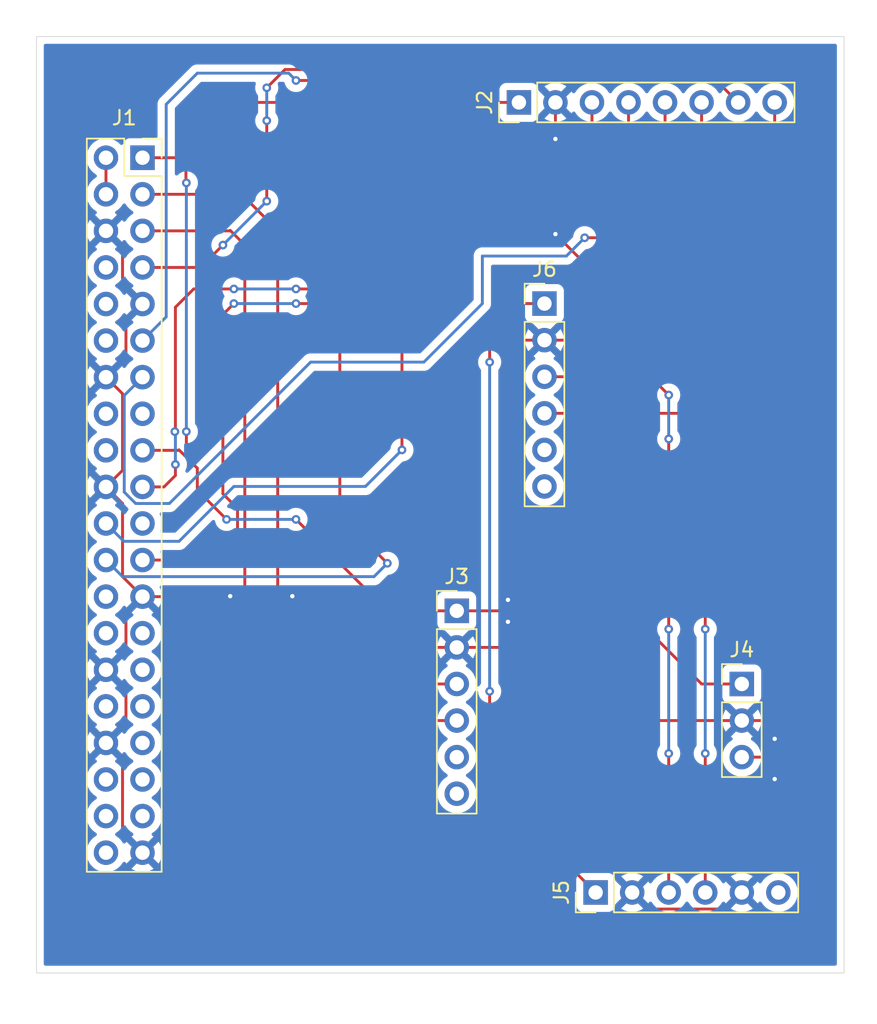
<source format=kicad_pcb>
(kicad_pcb (version 20241229) (generator "pcbnew") (generator_version "9.0")
  (layers (0 "F.Cu" signal) (2 "B.Cu" signal) (13 "F.Paste" user) (15 "B.Paste" user) (5 "F.SilkS" user "F.Silkscreen") (7 "B.SilkS" user "B.Silkscreen") (1 "F.Mask" user) (3 "B.Mask" user) (25 "Edge.Cuts" user))
  (net 0 "")
  (net 4 "BTN")
  (net 5 "Net-(J1-5V-Pad2)")
  (net 8 "CE0")
  (net 9 "RST")
  (net 10 "GND")
  (net 12 "SCLK")
  (net 14 "3V3")
  (net 16 "BUSY")
  (net 18 "DC")
  (net 21 "SCL")
  (net 24 "SDA")
  (net 30 "MOSI")
  (net 34 "Net-(J5-Pin_4)")
  (net 36 "5V")
  (net 37 "Net-(J5-Pin_3)")
  (footprint "Connector_PinSocket_2.54mm:PinSocket_2x20_P2.54mm_Vertical" (layer "F.Cu") (at 50.546 33.812)
    (property "Reference" "J1" (at -1.27 -2.77 0) (layer "F.SilkS"))
    (property "Value" "Raspberry_Pi_4")
    (fp_line (start -3.87 -1.33) (end -3.87 49.59) (stroke (width 0.12)) (layer "F.SilkS"))
    (fp_line (start -3.87 -1.33) (end -1.27 -1.33) (stroke (width 0.12)) (layer "F.SilkS"))
    (fp_line (start -3.87 49.59) (end 1.33 49.59) (stroke (width 0.12)) (layer "F.SilkS"))
    (fp_line (start -1.27 -1.33) (end -1.27 1.27) (stroke (width 0.12)) (layer "F.SilkS"))
    (fp_line (start -1.27 1.27) (end 1.33 1.27) (stroke (width 0.12)) (layer "F.SilkS"))
    (fp_line (start 0 -1.33) (end 1.33 -1.33) (stroke (width 0.12)) (layer "F.SilkS"))
    (fp_line (start 1.33 -1.33) (end 1.33 0) (stroke (width 0.12)) (layer "F.SilkS"))
    (fp_line (start 1.33 1.27) (end 1.33 49.59) (stroke (width 0.12)) (layer "F.SilkS"))
    (pad "1" thru_hole rect (at 0 0) (size 1.7 1.7) (drill 1) (layers "*.Cu" "*.Mask") (net 14 "3V3"))
    (pad "2" thru_hole circle (at -2.54 0) (size 1.7 1.7) (drill 1) (layers "*.Cu" "*.Mask") (net 5 "Net-(J1-5V-Pad2)"))
    (pad "3" thru_hole circle (at 0 2.54) (size 1.7 1.7) (drill 1) (layers "*.Cu" "*.Mask") (net 24 "SDA"))
    (pad "4" thru_hole circle (at -2.54 2.54) (size 1.7 1.7) (drill 1) (layers "*.Cu" "*.Mask") (net 5 "Net-(J1-5V-Pad2)"))
    (pad "5" thru_hole circle (at 0 5.08) (size 1.7 1.7) (drill 1) (layers "*.Cu" "*.Mask") (net 21 "SCL"))
    (pad "6" thru_hole circle (at -2.54 5.08) (size 1.7 1.7) (drill 1) (layers "*.Cu" "*.Mask") (net 10 "GND"))
    (pad "7" thru_hole circle (at 0 7.62) (size 1.7 1.7) (drill 1) (layers "*.Cu" "*.Mask") (net 4 "BTN"))
    (pad "8" thru_hole circle (at -2.54 7.62) (size 1.7 1.7) (drill 1) (layers "*.Cu" "*.Mask"))
    (pad "9" thru_hole circle (at 0 10.16) (size 1.7 1.7) (drill 1) (layers "*.Cu" "*.Mask") (net 10 "GND"))
    (pad "10" thru_hole circle (at -2.54 10.16) (size 1.7 1.7) (drill 1) (layers "*.Cu" "*.Mask"))
    (pad "11" thru_hole circle (at 0 12.7) (size 1.7 1.7) (drill 1) (layers "*.Cu" "*.Mask") (net 9 "RST"))
    (pad "12" thru_hole circle (at -2.54 12.7) (size 1.7 1.7) (drill 1) (layers "*.Cu" "*.Mask"))
    (pad "13" thru_hole circle (at 0 15.24) (size 1.7 1.7) (drill 1) (layers "*.Cu" "*.Mask") (net 16 "BUSY"))
    (pad "14" thru_hole circle (at -2.54 15.24) (size 1.7 1.7) (drill 1) (layers "*.Cu" "*.Mask") (net 10 "GND"))
    (pad "15" thru_hole circle (at 0 17.78) (size 1.7 1.7) (drill 1) (layers "*.Cu" "*.Mask"))
    (pad "16" thru_hole circle (at -2.54 17.78) (size 1.7 1.7) (drill 1) (layers "*.Cu" "*.Mask"))
    (pad "17" thru_hole circle (at 0 20.32) (size 1.7 1.7) (drill 1) (layers "*.Cu" "*.Mask") (net 14 "3V3"))
    (pad "18" thru_hole circle (at -2.54 20.32) (size 1.7 1.7) (drill 1) (layers "*.Cu" "*.Mask"))
    (pad "19" thru_hole circle (at 0 22.86) (size 1.7 1.7) (drill 1) (layers "*.Cu" "*.Mask") (net 30 "MOSI"))
    (pad "20" thru_hole circle (at -2.54 22.86) (size 1.7 1.7) (drill 1) (layers "*.Cu" "*.Mask") (net 10 "GND"))
    (pad "21" thru_hole circle (at 0 25.4) (size 1.7 1.7) (drill 1) (layers "*.Cu" "*.Mask"))
    (pad "22" thru_hole circle (at -2.54 25.4) (size 1.7 1.7) (drill 1) (layers "*.Cu" "*.Mask") (net 18 "DC"))
    (pad "23" thru_hole circle (at 0 27.94) (size 1.7 1.7) (drill 1) (layers "*.Cu" "*.Mask") (net 12 "SCLK"))
    (pad "24" thru_hole circle (at -2.54 27.94) (size 1.7 1.7) (drill 1) (layers "*.Cu" "*.Mask") (net 8 "CE0"))
    (pad "25" thru_hole circle (at 0 30.48) (size 1.7 1.7) (drill 1) (layers "*.Cu" "*.Mask") (net 10 "GND"))
    (pad "26" thru_hole circle (at -2.54 30.48) (size 1.7 1.7) (drill 1) (layers "*.Cu" "*.Mask"))
    (pad "27" thru_hole circle (at 0 33.02) (size 1.7 1.7) (drill 1) (layers "*.Cu" "*.Mask"))
    (pad "28" thru_hole circle (at -2.54 33.02) (size 1.7 1.7) (drill 1) (layers "*.Cu" "*.Mask"))
    (pad "29" thru_hole circle (at 0 35.56) (size 1.7 1.7) (drill 1) (layers "*.Cu" "*.Mask"))
    (pad "30" thru_hole circle (at -2.54 35.56) (size 1.7 1.7) (drill 1) (layers "*.Cu" "*.Mask") (net 10 "GND"))
    (pad "31" thru_hole circle (at 0 38.1) (size 1.7 1.7) (drill 1) (layers "*.Cu" "*.Mask"))
    (pad "32" thru_hole circle (at -2.54 38.1) (size 1.7 1.7) (drill 1) (layers "*.Cu" "*.Mask"))
    (pad "33" thru_hole circle (at 0 40.64) (size 1.7 1.7) (drill 1) (layers "*.Cu" "*.Mask"))
    (pad "34" thru_hole circle (at -2.54 40.64) (size 1.7 1.7) (drill 1) (layers "*.Cu" "*.Mask") (net 10 "GND"))
    (pad "35" thru_hole circle (at 0 43.18) (size 1.7 1.7) (drill 1) (layers "*.Cu" "*.Mask"))
    (pad "36" thru_hole circle (at -2.54 43.18) (size 1.7 1.7) (drill 1) (layers "*.Cu" "*.Mask"))
    (pad "37" thru_hole circle (at 0 45.72) (size 1.7 1.7) (drill 1) (layers "*.Cu" "*.Mask"))
    (pad "38" thru_hole circle (at -2.54 45.72) (size 1.7 1.7) (drill 1) (layers "*.Cu" "*.Mask"))
    (pad "39" thru_hole circle (at 0 48.26) (size 1.7 1.7) (drill 1) (layers "*.Cu" "*.Mask") (net 10 "GND"))
    (pad "40" thru_hole circle (at -2.54 48.26) (size 1.7 1.7) (drill 1) (layers "*.Cu" "*.Mask"))
  )
  (footprint "Connector_PinHeader_2.54mm:PinHeader_1x06_P2.54mm_Vertical" (layer "F.Cu") (at 82.042 84.836 90)
    (property "Reference" "J5" (at 0 -2.38 90) (layer "F.SilkS"))
    (property "Value" "SEN54")
    (fp_line (start -1.38 -1.38) (end 0 -1.38) (stroke (width 0.12)) (layer "F.SilkS"))
    (fp_line (start -1.38 0) (end -1.38 -1.38) (stroke (width 0.12)) (layer "F.SilkS"))
    (fp_line (start 1.38 1.27) (end 1.38 14.08) (stroke (width 0.12)) (layer "F.SilkS"))
    (fp_line (start -1.38 1.27) (end 1.38 1.27) (stroke (width 0.12)) (layer "F.SilkS"))
    (fp_line (start -1.38 1.27) (end -1.38 14.08) (stroke (width 0.12)) (layer "F.SilkS"))
    (fp_line (start -1.38 14.08) (end 1.38 14.08) (stroke (width 0.12)) (layer "F.SilkS"))
    (pad "1" thru_hole rect (at 0 0 90) (size 1.7 1.7) (drill 1) (layers "*.Cu" "*.Mask") (net 36 "5V"))
    (pad "2" thru_hole circle (at 0 2.54 90) (size 1.7 1.7) (drill 1) (layers "*.Cu" "*.Mask") (net 10 "GND"))
    (pad "3" thru_hole circle (at 0 5.08 90) (size 1.7 1.7) (drill 1) (layers "*.Cu" "*.Mask") (net 37 "Net-(J5-Pin_3)"))
    (pad "4" thru_hole circle (at 0 7.62 90) (size 1.7 1.7) (drill 1) (layers "*.Cu" "*.Mask") (net 34 "Net-(J5-Pin_4)"))
    (pad "5" thru_hole circle (at 0 10.16 90) (size 1.7 1.7) (drill 1) (layers "*.Cu" "*.Mask") (net 10 "GND"))
    (pad "6" thru_hole circle (at 0 12.7 90) (size 1.7 1.7) (drill 1) (layers "*.Cu" "*.Mask"))
  )
  (footprint "Connector_PinHeader_2.54mm:PinHeader_1x08_P2.54mm_Vertical" (layer "F.Cu") (at 76.708 29.972 90)
    (property "Reference" "J2" (at 0 -2.38 90) (layer "F.SilkS"))
    (property "Value" "Conn_01x08")
    (fp_line (start -1.38 -1.38) (end 0 -1.38) (stroke (width 0.12)) (layer "F.SilkS"))
    (fp_line (start -1.38 0) (end -1.38 -1.38) (stroke (width 0.12)) (layer "F.SilkS"))
    (fp_line (start 1.38 1.27) (end 1.38 19.16) (stroke (width 0.12)) (layer "F.SilkS"))
    (fp_line (start -1.38 1.27) (end 1.38 1.27) (stroke (width 0.12)) (layer "F.SilkS"))
    (fp_line (start -1.38 1.27) (end -1.38 19.16) (stroke (width 0.12)) (layer "F.SilkS"))
    (fp_line (start -1.38 19.16) (end 1.38 19.16) (stroke (width 0.12)) (layer "F.SilkS"))
    (pad "1" thru_hole rect (at 0 0 90) (size 1.7 1.7) (drill 1) (layers "*.Cu" "*.Mask") (net 14 "3V3"))
    (pad "2" thru_hole circle (at 0 2.54 90) (size 1.7 1.7) (drill 1) (layers "*.Cu" "*.Mask") (net 10 "GND"))
    (pad "3" thru_hole circle (at 0 5.08 90) (size 1.7 1.7) (drill 1) (layers "*.Cu" "*.Mask") (net 30 "MOSI"))
    (pad "4" thru_hole circle (at 0 7.62 90) (size 1.7 1.7) (drill 1) (layers "*.Cu" "*.Mask") (net 12 "SCLK"))
    (pad "5" thru_hole circle (at 0 10.16 90) (size 1.7 1.7) (drill 1) (layers "*.Cu" "*.Mask") (net 8 "CE0"))
    (pad "6" thru_hole circle (at 0 12.7 90) (size 1.7 1.7) (drill 1) (layers "*.Cu" "*.Mask") (net 18 "DC"))
    (pad "7" thru_hole circle (at 0 15.24 90) (size 1.7 1.7) (drill 1) (layers "*.Cu" "*.Mask") (net 9 "RST"))
    (pad "8" thru_hole circle (at 0 17.78 90) (size 1.7 1.7) (drill 1) (layers "*.Cu" "*.Mask") (net 16 "BUSY"))
  )
  (footprint "Connector_PinHeader_2.54mm:PinHeader_1x06_P2.54mm_Vertical" (layer "F.Cu") (at 72.39 65.278)
    (property "Reference" "J3" (at 0 -2.38 0) (layer "F.SilkS"))
    (property "Value" "Conn_01x06")
    (fp_line (start -1.38 -1.38) (end 0 -1.38) (stroke (width 0.12)) (layer "F.SilkS"))
    (fp_line (start -1.38 0) (end -1.38 -1.38) (stroke (width 0.12)) (layer "F.SilkS"))
    (fp_line (start -1.38 1.27) (end -1.38 14.08) (stroke (width 0.12)) (layer "F.SilkS"))
    (fp_line (start -1.38 1.27) (end 1.38 1.27) (stroke (width 0.12)) (layer "F.SilkS"))
    (fp_line (start -1.38 14.08) (end 1.38 14.08) (stroke (width 0.12)) (layer "F.SilkS"))
    (fp_line (start 1.38 1.27) (end 1.38 14.08) (stroke (width 0.12)) (layer "F.SilkS"))
    (pad "1" thru_hole rect (at 0 0) (size 1.7 1.7) (drill 1) (layers "*.Cu" "*.Mask") (net 14 "3V3"))
    (pad "2" thru_hole circle (at 0 2.54) (size 1.7 1.7) (drill 1) (layers "*.Cu" "*.Mask") (net 10 "GND"))
    (pad "3" thru_hole circle (at 0 5.08) (size 1.7 1.7) (drill 1) (layers "*.Cu" "*.Mask") (net 24 "SDA"))
    (pad "4" thru_hole circle (at 0 7.62) (size 1.7 1.7) (drill 1) (layers "*.Cu" "*.Mask") (net 21 "SCL"))
    (pad "5" thru_hole circle (at 0 10.16) (size 1.7 1.7) (drill 1) (layers "*.Cu" "*.Mask"))
    (pad "6" thru_hole circle (at 0 12.7) (size 1.7 1.7) (drill 1) (layers "*.Cu" "*.Mask"))
  )
  (footprint "Connector_PinHeader_2.54mm:PinHeader_1x06_P2.54mm_Vertical" (layer "F.Cu") (at 78.486 43.942)
    (property "Reference" "J6" (at 0 -2.38 0) (layer "F.SilkS"))
    (property "Value" "Conn_01x06")
    (fp_line (start -1.38 -1.38) (end 0 -1.38) (stroke (width 0.12)) (layer "F.SilkS"))
    (fp_line (start -1.38 0) (end -1.38 -1.38) (stroke (width 0.12)) (layer "F.SilkS"))
    (fp_line (start -1.38 1.27) (end -1.38 14.08) (stroke (width 0.12)) (layer "F.SilkS"))
    (fp_line (start -1.38 1.27) (end 1.38 1.27) (stroke (width 0.12)) (layer "F.SilkS"))
    (fp_line (start -1.38 14.08) (end 1.38 14.08) (stroke (width 0.12)) (layer "F.SilkS"))
    (fp_line (start 1.38 1.27) (end 1.38 14.08) (stroke (width 0.12)) (layer "F.SilkS"))
    (pad "1" thru_hole rect (at 0 0) (size 1.7 1.7) (drill 1) (layers "*.Cu" "*.Mask") (net 36 "5V"))
    (pad "2" thru_hole circle (at 0 2.54) (size 1.7 1.7) (drill 1) (layers "*.Cu" "*.Mask") (net 10 "GND"))
    (pad "3" thru_hole circle (at 0 5.08) (size 1.7 1.7) (drill 1) (layers "*.Cu" "*.Mask") (net 37 "Net-(J5-Pin_3)"))
    (pad "4" thru_hole circle (at 0 7.62) (size 1.7 1.7) (drill 1) (layers "*.Cu" "*.Mask") (net 34 "Net-(J5-Pin_4)"))
    (pad "5" thru_hole circle (at 0 10.16) (size 1.7 1.7) (drill 1) (layers "*.Cu" "*.Mask"))
    (pad "6" thru_hole circle (at 0 12.7) (size 1.7 1.7) (drill 1) (layers "*.Cu" "*.Mask"))
  )
  (footprint "Connector_PinHeader_2.54mm:PinHeader_1x03_P2.54mm_Vertical" (layer "F.Cu") (at 92.202 70.358)
    (property "Reference" "J4" (at 0 -2.38 0) (layer "F.SilkS"))
    (property "Value" "TOUCH_BTN")
    (fp_line (start -1.38 -1.38) (end 0 -1.38) (stroke (width 0.12)) (layer "F.SilkS"))
    (fp_line (start -1.38 0) (end -1.38 -1.38) (stroke (width 0.12)) (layer "F.SilkS"))
    (fp_line (start -1.38 1.27) (end -1.38 6.46) (stroke (width 0.12)) (layer "F.SilkS"))
    (fp_line (start -1.38 1.27) (end 1.38 1.27) (stroke (width 0.12)) (layer "F.SilkS"))
    (fp_line (start -1.38 6.46) (end 1.38 6.46) (stroke (width 0.12)) (layer "F.SilkS"))
    (fp_line (start 1.38 1.27) (end 1.38 6.46) (stroke (width 0.12)) (layer "F.SilkS"))
    (pad "1" thru_hole rect (at 0 0) (size 1.7 1.7) (drill 1) (layers "*.Cu" "*.Mask") (net 14 "3V3"))
    (pad "2" thru_hole circle (at 0 2.54) (size 1.7 1.7) (drill 1) (layers "*.Cu" "*.Mask") (net 10 "GND"))
    (pad "3" thru_hole circle (at 0 5.08) (size 1.7 1.7) (drill 1) (layers "*.Cu" "*.Mask") (net 4 "BTN"))
  )
  (gr_rect (start 43.18 25.4) (end 99.314 90.424) (stroke (width 0.05)) (fill no) (layer "Edge.Cuts"))
  (segment (start 59.182 28.956) (end 60.452 27.686) (width 0.2) (layer "F.Cu") (net 4))
  (segment (start 50.546 41.432) (end 54.58 41.432) (width 0.2) (layer "F.Cu") (net 4))
  (segment (start 98.044 28.702) (end 98.044 74.422) (width 0.2) (layer "F.Cu") (net 4))
  (segment (start 98.044 74.422) (end 97.028 75.438) (width 0.2) (layer "F.Cu") (net 4))
  (segment (start 59.182 36.83) (end 59.182 31.242) (width 0.2) (layer "F.Cu") (net 4))
  (segment (start 97.028 27.686) (end 98.044 28.702) (width 0.2) (layer "F.Cu") (net 4))
  (segment (start 97.028 75.438) (end 92.202 75.438) (width 0.2) (layer "F.Cu") (net 4))
  (segment (start 60.452 27.686) (end 97.028 27.686) (width 0.2) (layer "F.Cu") (net 4))
  (segment (start 54.58 41.432) (end 54.61 41.402) (width 0.2) (layer "F.Cu") (net 4))
  (segment (start 54.61 41.402) (end 56.134 39.878) (width 0.2) (layer "F.Cu") (net 4))
  (via (at 59.182 31.242) (size 0.6) (drill 0.3) (layers "F.Cu" "B.Cu") (net 4))
  (via (at 59.182 36.83) (size 0.6) (drill 0.3) (layers "F.Cu" "B.Cu") (net 4))
  (via (at 56.134 39.878) (size 0.6) (drill 0.3) (layers "F.Cu" "B.Cu") (net 4))
  (via (at 59.182 28.956) (size 0.6) (drill 0.3) (layers "F.Cu" "B.Cu") (net 4))
  (segment (start 56.134 39.878) (end 59.182 36.83) (width 0.2) (layer "B.Cu") (net 4))
  (segment (start 59.182 31.242) (end 59.182 28.956) (width 0.2) (layer "B.Cu") (net 4))
  (segment (start 48.006 33.812) (end 48.006 36.352) (width 0.2) (layer "F.Cu") (net 5))
  (segment (start 67.056 41.656) (end 67.056 42.418) (width 0.2) (layer "F.Cu") (net 8))
  (segment (start 64.262 58.674) (end 67.564 61.976) (width 0.2) (layer "F.Cu") (net 8))
  (segment (start 64.262 45.212) (end 64.262 58.674) (width 0.2) (layer "F.Cu") (net 8))
  (segment (start 86.868 29.972) (end 86.868 31.496) (width 0.2) (layer "F.Cu") (net 8))
  (segment (start 67.056 42.418) (end 64.262 45.212) (width 0.2) (layer "F.Cu") (net 8))
  (segment (start 67.056 37.592) (end 67.056 41.656) (width 0.2) (layer "F.Cu") (net 8))
  (segment (start 86.868 31.496) (end 82.042 36.322) (width 0.2) (layer "F.Cu") (net 8))
  (segment (start 82.042 36.322) (end 68.326 36.322) (width 0.2) (layer "F.Cu") (net 8))
  (segment (start 68.326 36.322) (end 68.072 36.576) (width 0.2) (layer "F.Cu") (net 8))
  (segment (start 68.072 36.576) (end 67.056 37.592) (width 0.2) (layer "F.Cu") (net 8))
  (via (at 67.564 61.976) (size 0.6) (drill 0.3) (layers "F.Cu" "B.Cu") (net 8))
  (segment (start 66.637 62.903) (end 49.157 62.903) (width 0.2) (layer "B.Cu") (net 8))
  (segment (start 67.564 61.976) (end 66.637 62.903) (width 0.2) (layer "B.Cu") (net 8))
  (segment (start 49.157 62.903) (end 48.006 61.752) (width 0.2) (layer "B.Cu") (net 8))
  (segment (start 90.424 28.448) (end 64.516 28.448) (width 0.2) (layer "F.Cu") (net 9))
  (segment (start 91.948 29.972) (end 90.424 28.448) (width 0.2) (layer "F.Cu") (net 9))
  (segment (start 64.516 28.448) (end 61.214 28.448) (width 0.2) (layer "F.Cu") (net 9))
  (via (at 61.214 28.448) (size 0.6) (drill 0.3) (layers "F.Cu" "B.Cu") (net 9))
  (segment (start 52.192997 30.103003) (end 52.192997 44.865003) (width 0.2) (layer "B.Cu") (net 9))
  (segment (start 60.706 27.94) (end 54.356 27.94) (width 0.2) (layer "B.Cu") (net 9))
  (segment (start 52.192997 44.865003) (end 50.546 46.512) (width 0.2) (layer "B.Cu") (net 9))
  (segment (start 61.214 28.448) (end 60.706 27.94) (width 0.2) (layer "B.Cu") (net 9))
  (segment (start 54.356 27.94) (end 52.192997 30.103003) (width 0.2) (layer "B.Cu") (net 9))
  (segment (start 49.157 57.823) (end 49.157 62.903) (width 0.2) (layer "F.Cu") (net 10))
  (segment (start 85.733 85.987) (end 91.051 85.987) (width 0.2) (layer "F.Cu") (net 10))
  (segment (start 75.946 67.818) (end 75.946 66.04) (width 0.2) (layer "F.Cu") (net 10))
  (segment (start 65.532 67.818) (end 72.39 67.818) (width 0.2) (layer "F.Cu") (net 10))
  (segment (start 78.994 67.818) (end 75.946 67.818) (width 0.2) (layer "F.Cu") (net 10))
  (segment (start 48.006 56.672) (end 49.157 57.823) (width 0.2) (layer "F.Cu") (net 10))
  (segment (start 79.248 39.116) (end 82.042 41.91) (width 0.2) (layer "F.Cu") (net 10))
  (segment (start 82.042 41.91) (end 82.042 45.72) (width 0.2) (layer "F.Cu") (net 10))
  (segment (start 49.395 67.983) (end 48.006 69.372) (width 0.2) (layer "F.Cu") (net 10))
  (segment (start 75.946 64.516) (end 75.946 47.244) (width 0.2) (layer "F.Cu") (net 10))
  (segment (start 49.157 80.683) (end 50.546 82.072) (width 0.2) (layer "F.Cu") (net 10))
  (segment (start 49.395 73.063) (end 48.006 74.452) (width 0.2) (layer "F.Cu") (net 10))
  (segment (start 94.234 72.898) (end 92.202 72.898) (width 0.2) (layer "F.Cu") (net 10))
  (segment (start 49.157 55.521) (end 48.006 56.672) (width 0.2) (layer "F.Cu") (net 10))
  (segment (start 49.157 75.603) (end 49.157 80.683) (width 0.2) (layer "F.Cu") (net 10))
  (segment (start 94.488 74.168) (end 94.488 73.152) (width 0.2) (layer "F.Cu") (net 10))
  (segment (start 81.28 46.482) (end 78.486 46.482) (width 0.2) (layer "F.Cu") (net 10))
  (segment (start 50.546 43.972) (end 49.395 45.123) (width 0.2) (layer "F.Cu") (net 10))
  (segment (start 84.074 72.898) (end 78.994 67.818) (width 0.2) (layer "F.Cu") (net 10))
  (segment (start 60.96 64.262) (end 61.976 64.262) (width 0.2) (layer "F.Cu") (net 10))
  (segment (start 49.395 65.443) (end 49.395 67.983) (width 0.2) (layer "F.Cu") (net 10))
  (segment (start 49.157 42.583) (end 49.157 40.043) (width 0.2) (layer "F.Cu") (net 10))
  (segment (start 84.582 84.836) (end 85.733 85.987) (width 0.2) (layer "F.Cu") (net 10))
  (segment (start 48.006 74.452) (end 49.157 75.603) (width 0.2) (layer "F.Cu") (net 10))
  (segment (start 48.006 69.372) (end 49.395 70.761) (width 0.2) (layer "F.Cu") (net 10))
  (segment (start 50.546 64.292) (end 56.612 64.292) (width 0.2) (layer "F.Cu") (net 10))
  (segment (start 75.946 67.818) (end 72.39 67.818) (width 0.2) (layer "F.Cu") (net 10))
  (segment (start 76.708 46.482) (end 78.486 46.482) (width 0.2) (layer "F.Cu") (net 10))
  (segment (start 61.976 64.262) (end 65.532 67.818) (width 0.2) (layer "F.Cu") (net 10))
  (segment (start 49.157 50.203) (end 49.157 55.521) (width 0.2) (layer "F.Cu") (net 10))
  (segment (start 50.546 64.292) (end 49.395 65.443) (width 0.2) (layer "F.Cu") (net 10))
  (segment (start 56.612 64.292) (end 56.642 64.262) (width 0.2) (layer "F.Cu") (net 10))
  (segment (start 49.157 62.903) (end 50.546 64.292) (width 0.2) (layer "F.Cu") (net 10))
  (segment (start 49.157 40.043) (end 48.006 38.892) (width 0.2) (layer "F.Cu") (net 10))
  (segment (start 91.051 85.987) (end 92.202 84.836) (width 0.2) (layer "F.Cu") (net 10))
  (segment (start 79.248 29.972) (end 79.248 32.512) (width 0.2) (layer "F.Cu") (net 10))
  (segment (start 92.202 72.898) (end 84.074 72.898) (width 0.2) (layer "F.Cu") (net 10))
  (segment (start 49.395 47.663) (end 48.006 49.052) (width 0.2) (layer "F.Cu") (net 10))
  (segment (start 49.395 45.123) (end 49.395 47.663) (width 0.2) (layer "F.Cu") (net 10))
  (segment (start 48.006 49.052) (end 49.157 50.203) (width 0.2) (layer "F.Cu") (net 10))
  (segment (start 94.488 73.152) (end 94.234 72.898) (width 0.2) (layer "F.Cu") (net 10))
  (segment (start 49.395 70.761) (end 49.395 73.063) (width 0.2) (layer "F.Cu") (net 10))
  (segment (start 75.946 47.244) (end 76.708 46.482) (width 0.2) (layer "F.Cu") (net 10))
  (segment (start 94.488 82.55) (end 94.488 76.962) (width 0.2) (layer "F.Cu") (net 10))
  (segment (start 50.546 43.972) (end 49.157 42.583) (width 0.2) (layer "F.Cu") (net 10))
  (segment (start 92.202 84.836) (end 94.488 82.55) (width 0.2) (layer "F.Cu") (net 10))
  (segment (start 82.042 45.72) (end 81.28 46.482) (width 0.2) (layer "F.Cu") (net 10))
  (via (at 75.946 64.516) (size 0.6) (drill 0.3) (layers "F.Cu" "B.Cu") (net 10))
  (via (at 94.488 76.962) (size 0.6) (drill 0.3) (layers "F.Cu" "B.Cu") (net 10))
  (via (at 79.248 39.116) (size 0.6) (drill 0.3) (layers "F.Cu" "B.Cu") (net 10))
  (via (at 94.488 74.168) (size 0.6) (drill 0.3) (layers "F.Cu" "B.Cu") (net 10))
  (via (at 56.642 64.262) (size 0.6) (drill 0.3) (layers "F.Cu" "B.Cu") (net 10))
  (via (at 60.96 64.262) (size 0.6) (drill 0.3) (layers "F.Cu" "B.Cu") (net 10))
  (via (at 75.946 66.04) (size 0.6) (drill 0.3) (layers "F.Cu" "B.Cu") (net 10))
  (via (at 79.248 32.512) (size 0.6) (drill 0.3) (layers "F.Cu" "B.Cu") (net 10))
  (segment (start 75.946 66.04) (end 75.946 64.516) (width 0.2) (layer "B.Cu") (net 10))
  (segment (start 94.488 76.962) (end 94.488 74.168) (width 0.2) (layer "B.Cu") (net 10))
  (segment (start 56.642 64.262) (end 60.96 64.262) (width 0.2) (layer "B.Cu") (net 10))
  (segment (start 79.248 32.512) (end 79.248 39.116) (width 0.2) (layer "B.Cu") (net 10))
  (segment (start 84.328 32.004) (end 82.042 34.29) (width 0.2) (layer "F.Cu") (net 12))
  (segment (start 82.042 34.29) (end 81.534 34.798) (width 0.2) (layer "F.Cu") (net 12))
  (segment (start 57.15 60.198) (end 55.596 61.752) (width 0.2) (layer "F.Cu") (net 12))
  (segment (start 67.056 34.798) (end 65.278 36.576) (width 0.2) (layer "F.Cu") (net 12))
  (segment (start 65.278 36.576) (end 65.278 41.402) (width 0.2) (layer "F.Cu") (net 12))
  (segment (start 55.596 61.752) (end 50.546 61.752) (width 0.2) (layer "F.Cu") (net 12))
  (segment (start 56.134 57.15) (end 57.15 58.166) (width 0.2) (layer "F.Cu") (net 12))
  (segment (start 57.15 58.166) (end 57.15 60.198) (width 0.2) (layer "F.Cu") (net 12))
  (segment (start 63.246 43.942) (end 61.214 43.942) (width 0.2) (layer "F.Cu") (net 12))
  (segment (start 67.31 34.798) (end 67.056 34.798) (width 0.2) (layer "F.Cu") (net 12))
  (segment (start 56.134 44.704) (end 56.134 57.15) (width 0.2) (layer "F.Cu") (net 12))
  (segment (start 81.534 34.798) (end 67.31 34.798) (width 0.2) (layer "F.Cu") (net 12))
  (segment (start 65.278 41.402) (end 65.278 41.91) (width 0.2) (layer "F.Cu") (net 12))
  (segment (start 65.278 41.91) (end 63.246 43.942) (width 0.2) (layer "F.Cu") (net 12))
  (segment (start 84.328 29.972) (end 84.328 32.004) (width 0.2) (layer "F.Cu") (net 12))
  (segment (start 56.896 43.942) (end 56.134 44.704) (width 0.2) (layer "F.Cu") (net 12))
  (via (at 61.214 43.942) (size 0.6) (drill 0.3) (layers "F.Cu" "B.Cu") (net 12))
  (via (at 56.896 43.942) (size 0.6) (drill 0.3) (layers "F.Cu" "B.Cu") (net 12))
  (segment (start 61.214 43.942) (end 56.896 43.942) (width 0.2) (layer "B.Cu") (net 12))
  (segment (start 53.594 54.356) (end 53.467 54.483) (width 0.2) (layer "F.Cu") (net 14))
  (segment (start 53.564 35.53) (end 53.594 35.56) (width 0.2) (layer "F.Cu") (net 14))
  (segment (start 50.546 33.812) (end 53.564 33.812) (width 0.2) (layer "F.Cu") (net 14))
  (segment (start 56.388 58.928) (end 54.356 56.896) (width 0.2) (layer "F.Cu") (net 14))
  (segment (start 54.356 56.896) (end 54.356 55.372) (width 0.2) (layer "F.Cu") (net 14))
  (segment (start 53.086 54.102) (end 53.056 54.132) (width 0.2) (layer "F.Cu") (net 14))
  (segment (start 54.356 55.372) (end 53.467 54.483) (width 0.2) (layer "F.Cu") (net 14))
  (segment (start 53.594 52.832) (end 53.594 54.356) (width 0.2) (layer "F.Cu") (net 14))
  (segment (start 53.056 54.132) (end 50.546 54.132) (width 0.2) (layer "F.Cu") (net 14))
  (segment (start 53.467 54.483) (end 53.086 54.102) (width 0.2) (layer "F.Cu") (net 14))
  (segment (start 53.564 33.812) (end 57.404 29.972) (width 0.2) (layer "F.Cu") (net 14))
  (segment (start 53.564 33.812) (end 53.564 35.53) (width 0.2) (layer "F.Cu") (net 14))
  (segment (start 57.404 29.972) (end 76.708 29.972) (width 0.2) (layer "F.Cu") (net 14))
  (segment (start 72.39 65.278) (end 67.564 65.278) (width 0.2) (layer "F.Cu") (net 14))
  (segment (start 89.408 70.358) (end 84.328 65.278) (width 0.2) (layer "F.Cu") (net 14))
  (segment (start 92.202 70.358) (end 89.408 70.358) (width 0.2) (layer "F.Cu") (net 14))
  (segment (start 67.564 65.278) (end 61.214 58.928) (width 0.2) (layer "F.Cu") (net 14))
  (segment (start 84.328 65.278) (end 72.39 65.278) (width 0.2) (layer "F.Cu") (net 14))
  (via (at 61.214 58.928) (size 0.6) (drill 0.3) (layers "F.Cu" "B.Cu") (net 14))
  (via (at 53.594 35.56) (size 0.6) (drill 0.3) (layers "F.Cu" "B.Cu") (net 14))
  (via (at 56.388 58.928) (size 0.6) (drill 0.3) (layers "F.Cu" "B.Cu") (net 14))
  (via (at 53.594 52.832) (size 0.6) (drill 0.3) (layers "F.Cu" "B.Cu") (net 14))
  (segment (start 61.214 58.928) (end 56.388 58.928) (width 0.2) (layer "B.Cu") (net 14))
  (segment (start 53.594 35.56) (end 53.594 52.832) (width 0.2) (layer "B.Cu") (net 14))
  (segment (start 86.614 39.37) (end 86.36 39.37) (width 0.2) (layer "F.Cu") (net 16))
  (segment (start 86.36 39.37) (end 81.28 39.37) (width 0.2) (layer "F.Cu") (net 16))
  (segment (start 94.488 29.972) (end 94.488 31.496) (width 0.2) (layer "F.Cu") (net 16))
  (segment (start 94.488 31.496) (end 86.614 39.37) (width 0.2) (layer "F.Cu") (net 16))
  (via (at 81.28 39.37) (size 0.6) (drill 0.3) (layers "F.Cu" "B.Cu") (net 16))
  (segment (start 74.168 43.942) (end 70.104 48.006) (width 0.2) (layer "B.Cu") (net 16))
  (segment (start 49.276 50.322) (end 50.546 49.052) (width 0.2) (layer "B.Cu") (net 16))
  (segment (start 52.413 57.823) (end 50.06924 57.823) (width 0.2) (layer "B.Cu") (net 16))
  (segment (start 80.01 40.64) (end 74.168 40.64) (width 0.2) (layer "B.Cu") (net 16))
  (segment (start 49.276 57.02976) (end 49.276 50.322) (width 0.2) (layer "B.Cu") (net 16))
  (segment (start 74.168 40.64) (end 74.168 43.942) (width 0.2) (layer "B.Cu") (net 16))
  (segment (start 81.28 39.37) (end 80.01 40.64) (width 0.2) (layer "B.Cu") (net 16))
  (segment (start 50.06924 57.823) (end 49.276 57.02976) (width 0.2) (layer "B.Cu") (net 16))
  (segment (start 62.23 48.006) (end 52.413 57.823) (width 0.2) (layer "B.Cu") (net 16))
  (segment (start 70.104 48.006) (end 62.23 48.006) (width 0.2) (layer "B.Cu") (net 16))
  (segment (start 89.408 31.75) (end 83.312 37.846) (width 0.2) (layer "F.Cu") (net 18))
  (segment (start 83.312 37.846) (end 69.342 37.846) (width 0.2) (layer "F.Cu") (net 18))
  (segment (start 89.408 29.972) (end 89.408 31.75) (width 0.2) (layer "F.Cu") (net 18))
  (segment (start 68.58 43.18) (end 68.58 54.102) (width 0.2) (layer "F.Cu") (net 18))
  (segment (start 68.58 38.608) (end 68.58 43.18) (width 0.2) (layer "F.Cu") (net 18))
  (segment (start 69.342 37.846) (end 68.58 38.608) (width 0.2) (layer "F.Cu") (net 18))
  (via (at 68.58 54.102) (size 0.6) (drill 0.3) (layers "F.Cu" "B.Cu") (net 18))
  (segment (start 49.246 60.452) (end 48.006 59.212) (width 0.2) (layer "B.Cu") (net 18))
  (segment (start 56.896 56.642) (end 53.086 60.452) (width 0.2) (layer "B.Cu") (net 18))
  (segment (start 66.04 56.642) (end 56.896 56.642) (width 0.2) (layer "B.Cu") (net 18))
  (segment (start 68.58 54.102) (end 66.04 56.642) (width 0.2) (layer "B.Cu") (net 18))
  (segment (start 53.086 60.452) (end 49.246 60.452) (width 0.2) (layer "B.Cu") (net 18))
  (segment (start 56.642 38.862) (end 57.658 39.878) (width 0.2) (layer "F.Cu") (net 21))
  (segment (start 56.612 38.892) (end 56.642 38.862) (width 0.2) (layer "F.Cu") (net 21))
  (segment (start 57.658 66.802) (end 63.754 72.898) (width 0.2) (layer "F.Cu") (net 21))
  (segment (start 57.658 39.878) (end 57.658 66.802) (width 0.2) (layer "F.Cu") (net 21))
  (segment (start 63.754 72.898) (end 72.39 72.898) (width 0.2) (layer "F.Cu") (net 21))
  (segment (start 50.546 38.892) (end 56.612 38.892) (width 0.2) (layer "F.Cu") (net 21))
  (segment (start 64.008 70.358) (end 72.39 70.358) (width 0.2) (layer "F.Cu") (net 24))
  (segment (start 50.546 36.352) (end 57.434 36.352) (width 0.2) (layer "F.Cu") (net 24))
  (segment (start 59.944 66.294) (end 64.008 70.358) (width 0.2) (layer "F.Cu") (net 24))
  (segment (start 57.434 36.352) (end 59.944 38.862) (width 0.2) (layer "F.Cu") (net 24))
  (segment (start 59.944 38.862) (end 59.944 66.294) (width 0.2) (layer "F.Cu") (net 24))
  (segment (start 52.832 55.118) (end 52.832 55.88) (width 0.2) (layer "F.Cu") (net 30))
  (segment (start 66.548 33.274) (end 63.754 36.068) (width 0.2) (layer "F.Cu") (net 30))
  (segment (start 56.896 42.926) (end 54.102 42.926) (width 0.2) (layer "F.Cu") (net 30))
  (segment (start 81.788 32.004) (end 80.518 33.274) (width 0.2) (layer "F.Cu") (net 30))
  (segment (start 52.832 44.196) (end 52.832 52.793997) (width 0.2) (layer "F.Cu") (net 30))
  (segment (start 63.754 36.068) (end 63.754 40.894) (width 0.2) (layer "F.Cu") (net 30))
  (segment (start 52.832 55.88) (end 52.04 56.672) (width 0.2) (layer "F.Cu") (net 30))
  (segment (start 52.04 56.672) (end 50.546 56.672) (width 0.2) (layer "F.Cu") (net 30))
  (segment (start 63.754 40.894) (end 63.754 41.402) (width 0.2) (layer "F.Cu") (net 30))
  (segment (start 80.518 33.274) (end 66.548 33.274) (width 0.2) (layer "F.Cu") (net 30))
  (segment (start 52.832 52.793997) (end 52.793997 52.832) (width 0.2) (layer "F.Cu") (net 30))
  (segment (start 63.754 41.402) (end 62.23 42.926) (width 0.2) (layer "F.Cu") (net 30))
  (segment (start 54.102 42.926) (end 52.832 44.196) (width 0.2) (layer "F.Cu") (net 30))
  (segment (start 62.23 42.926) (end 61.214 42.926) (width 0.2) (layer "F.Cu") (net 30))
  (segment (start 81.788 29.972) (end 81.788 32.004) (width 0.2) (layer "F.Cu") (net 30))
  (via (at 52.832 55.118) (size 0.6) (drill 0.3) (layers "F.Cu" "B.Cu") (net 30))
  (via (at 56.896 42.926) (size 0.6) (drill 0.3) (layers "F.Cu" "B.Cu") (net 30))
  (via (at 61.214 42.926) (size 0.6) (drill 0.3) (layers "F.Cu" "B.Cu") (net 30))
  (via (at 52.793997 52.832) (size 0.6) (drill 0.3) (layers "F.Cu" "B.Cu") (net 30))
  (segment (start 52.793997 52.832) (end 52.832 52.870003) (width 0.2) (layer "B.Cu") (net 30))
  (segment (start 52.832 52.870003) (end 52.832 55.118) (width 0.2) (layer "B.Cu") (net 30))
  (segment (start 61.214 42.926) (end 56.896 42.926) (width 0.2) (layer "B.Cu") (net 30))
  (segment (start 89.662 66.548) (end 89.662 53.34) (width 0.2) (layer "F.Cu") (net 34))
  (segment (start 89.662 53.34) (end 87.884 51.562) (width 0.2) (layer "F.Cu") (net 34))
  (segment (start 87.884 51.562) (end 78.486 51.562) (width 0.2) (layer "F.Cu") (net 34))
  (segment (start 89.662 84.836) (end 89.662 75.184) (width 0.2) (layer "F.Cu") (net 34))
  (via (at 89.662 75.184) (size 0.6) (drill 0.3) (layers "F.Cu" "B.Cu") (net 34))
  (via (at 89.662 66.548) (size 0.6) (drill 0.3) (layers "F.Cu" "B.Cu") (net 34))
  (segment (start 89.662 75.184) (end 89.662 66.548) (width 0.2) (layer "B.Cu") (net 34))
  (segment (start 75.946 43.942) (end 78.486 43.942) (width 0.2) (layer "F.Cu") (net 36))
  (segment (start 74.676 45.212) (end 75.946 43.942) (width 0.2) (layer "F.Cu") (net 36))
  (segment (start 82.042 84.836) (end 74.676 77.47) (width 0.2) (layer "F.Cu") (net 36))
  (segment (start 74.676 77.47) (end 74.676 70.866) (width 0.2) (layer "F.Cu") (net 36))
  (segment (start 74.676 48.006) (end 74.676 45.212) (width 0.2) (layer "F.Cu") (net 36))
  (via (at 74.676 48.006) (size 0.6) (drill 0.3) (layers "F.Cu" "B.Cu") (net 36))
  (via (at 74.676 70.866) (size 0.6) (drill 0.3) (layers "F.Cu" "B.Cu") (net 36))
  (segment (start 74.676 70.866) (end 74.676 48.006) (width 0.2) (layer "B.Cu") (net 36))
  (segment (start 87.122 66.548) (end 87.122 53.34) (width 0.2) (layer "F.Cu") (net 37))
  (segment (start 85.852 49.022) (end 78.486 49.022) (width 0.2) (layer "F.Cu") (net 37))
  (segment (start 87.122 84.836) (end 87.122 75.184) (width 0.2) (layer "F.Cu") (net 37))
  (segment (start 87.122 50.292) (end 85.852 49.022) (width 0.2) (layer "F.Cu") (net 37))
  (via (at 87.122 75.184) (size 0.6) (drill 0.3) (layers "F.Cu" "B.Cu") (net 37))
  (via (at 87.122 50.292) (size 0.6) (drill 0.3) (layers "F.Cu" "B.Cu") (net 37))
  (via (at 87.122 66.548) (size 0.6) (drill 0.3) (layers "F.Cu" "B.Cu") (net 37))
  (via (at 87.122 53.34) (size 0.6) (drill 0.3) (layers "F.Cu" "B.Cu") (net 37))
  (segment (start 87.122 53.34) (end 87.122 50.292) (width 0.2) (layer "B.Cu") (net 37))
  (segment (start 87.122 75.184) (end 87.122 66.548) (width 0.2) (layer "B.Cu") (net 37))
  (zone (net 10) (net_name "GND") (layer "B.Cu") (connect_pads (clearance 0.5)) (min_thickness 0.25) (fill yes (thermal_gap 0.5) (thermal_bridge_width 0.5))
    (polygon (pts (xy 40.64 22.86) (xy 40.64 93.98) (xy 101.6 93.726) (xy 101.6 22.86)))
  )
)
</source>
